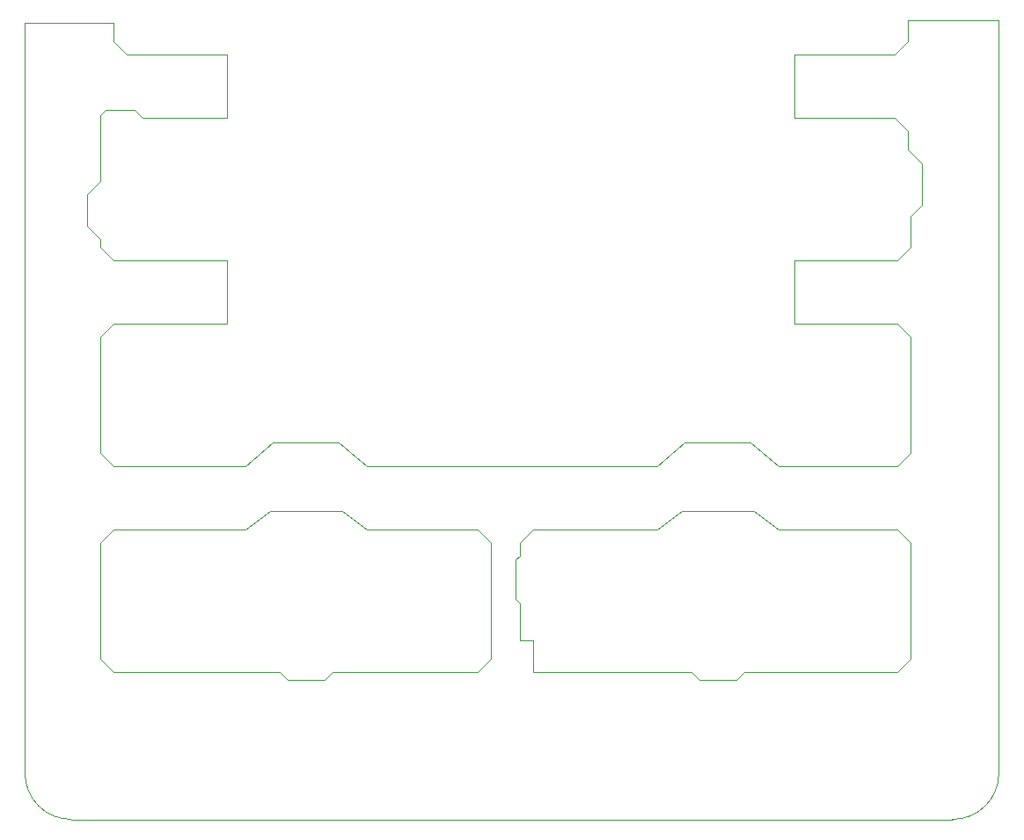
<source format=gbr>
G04 #@! TF.GenerationSoftware,KiCad,Pcbnew,(5.1.6)-1*
G04 #@! TF.CreationDate,2020-07-03T23:32:41-07:00*
G04 #@! TF.ProjectId,daughter,64617567-6874-4657-922e-6b696361645f,rev?*
G04 #@! TF.SameCoordinates,Original*
G04 #@! TF.FileFunction,Profile,NP*
%FSLAX46Y46*%
G04 Gerber Fmt 4.6, Leading zero omitted, Abs format (unit mm)*
G04 Created by KiCad (PCBNEW (5.1.6)-1) date 2020-07-03 23:32:41*
%MOMM*%
%LPD*%
G01*
G04 APERTURE LIST*
G04 #@! TA.AperFunction,Profile*
%ADD10C,0.050000*%
G04 #@! TD*
G04 #@! TA.AperFunction,Profile*
%ADD11C,0.120000*%
G04 #@! TD*
G04 APERTURE END LIST*
D10*
X167005000Y-81851500D02*
X173355000Y-81851500D01*
X176022000Y-84074000D02*
X173355000Y-81851500D01*
X164338000Y-84074000D02*
X167005000Y-81851500D01*
X173672500Y-88455500D02*
X166687500Y-88455500D01*
X176022000Y-90170000D02*
X173672500Y-88455500D01*
X164338000Y-90170000D02*
X166687500Y-88455500D01*
X127381000Y-81851500D02*
X133731000Y-81851500D01*
X134048500Y-88455500D02*
X127063500Y-88455500D01*
X136398000Y-90170000D02*
X134048500Y-88455500D01*
X136398000Y-84074000D02*
X133731000Y-81851500D01*
X124714000Y-84074000D02*
X127381000Y-81851500D01*
X124714000Y-90170000D02*
X127063500Y-88455500D01*
X107950000Y-118110000D02*
X192786000Y-118110000D01*
X197231000Y-41148000D02*
X196596000Y-41148000D01*
X197231000Y-113665000D02*
X197231000Y-41148000D01*
X103505000Y-41402000D02*
X104140000Y-41402000D01*
X103505000Y-113665000D02*
X103505000Y-41402000D01*
D11*
X107950000Y-118110000D02*
G75*
G02*
X103505000Y-113665000I0J4445000D01*
G01*
X197231000Y-113665000D02*
G75*
G02*
X192786000Y-118110000I-4445000J0D01*
G01*
D10*
X188468000Y-41148000D02*
X196596000Y-41148000D01*
X188468000Y-43180000D02*
X188468000Y-41148000D01*
X187198000Y-44450000D02*
X188468000Y-43180000D01*
X177546000Y-44450000D02*
X187198000Y-44450000D01*
X177546000Y-50546000D02*
X177546000Y-44450000D01*
X187198000Y-50546000D02*
X177546000Y-50546000D01*
X188468000Y-51816000D02*
X187198000Y-50546000D01*
X188468000Y-53594000D02*
X188468000Y-51816000D01*
X189865000Y-54991000D02*
X188468000Y-53594000D01*
X189865000Y-58928000D02*
X189865000Y-54991000D01*
X188722000Y-60071000D02*
X189865000Y-58928000D01*
X188722000Y-62992000D02*
X188722000Y-60071000D01*
X187452000Y-64262000D02*
X188722000Y-62992000D01*
X177546000Y-64262000D02*
X187452000Y-64262000D01*
X177546000Y-70358000D02*
X177546000Y-64262000D01*
X187452000Y-70358000D02*
X177546000Y-70358000D01*
X188722000Y-71628000D02*
X187452000Y-70358000D01*
X188722000Y-82804000D02*
X188722000Y-71628000D01*
X187452000Y-84074000D02*
X188722000Y-82804000D01*
X176022000Y-84074000D02*
X187452000Y-84074000D01*
X187452000Y-90170000D02*
X176022000Y-90170000D01*
X188722000Y-91440000D02*
X187452000Y-90170000D01*
X188722000Y-102616000D02*
X188722000Y-91440000D01*
X187452000Y-103886000D02*
X188722000Y-102616000D01*
X172720000Y-103886000D02*
X187452000Y-103886000D01*
X171958000Y-104648000D02*
X172720000Y-103886000D01*
X168402000Y-104648000D02*
X171958000Y-104648000D01*
X167640000Y-103886000D02*
X168402000Y-104648000D01*
X152400000Y-103886000D02*
X167640000Y-103886000D01*
X152400000Y-100838000D02*
X152400000Y-103886000D01*
X151130000Y-100838000D02*
X152400000Y-100838000D01*
X151130000Y-97282000D02*
X151130000Y-100838000D01*
X150749000Y-96901000D02*
X151130000Y-97282000D01*
X150749000Y-93091000D02*
X150749000Y-96901000D01*
X151130000Y-92710000D02*
X150749000Y-93091000D01*
X151130000Y-91440000D02*
X151130000Y-92710000D01*
X152400000Y-90170000D02*
X151130000Y-91440000D01*
X164338000Y-90170000D02*
X152400000Y-90170000D01*
X136398000Y-84074000D02*
X164338000Y-84074000D01*
X147066000Y-90170000D02*
X136398000Y-90170000D01*
X148336000Y-91440000D02*
X147066000Y-90170000D01*
X148336000Y-102616000D02*
X148336000Y-91440000D01*
X147066000Y-103886000D02*
X148336000Y-102616000D01*
X133096000Y-103886000D02*
X147066000Y-103886000D01*
X132334000Y-104648000D02*
X133096000Y-103886000D01*
X128778000Y-104648000D02*
X132334000Y-104648000D01*
X128016000Y-103886000D02*
X128778000Y-104648000D01*
X112014000Y-103886000D02*
X128016000Y-103886000D01*
X110744000Y-102616000D02*
X112014000Y-103886000D01*
X110744000Y-91440000D02*
X110744000Y-102616000D01*
X112014000Y-90170000D02*
X110744000Y-91440000D01*
X124714000Y-90170000D02*
X112014000Y-90170000D01*
X112014000Y-84074000D02*
X124714000Y-84074000D01*
X110744000Y-82804000D02*
X112014000Y-84074000D01*
X110744000Y-71628000D02*
X110744000Y-82804000D01*
X112014000Y-70358000D02*
X110744000Y-71628000D01*
X122936000Y-70358000D02*
X112014000Y-70358000D01*
X122936000Y-64262000D02*
X122936000Y-70358000D01*
X112014000Y-64262000D02*
X122936000Y-64262000D01*
X110744000Y-62992000D02*
X112014000Y-64262000D01*
X110744000Y-62230000D02*
X110744000Y-62992000D01*
X109474000Y-60960000D02*
X110744000Y-62230000D01*
X109474000Y-57912000D02*
X109474000Y-60960000D01*
X110744000Y-56642000D02*
X109474000Y-57912000D01*
X110744000Y-50292000D02*
X110744000Y-56642000D01*
X111252000Y-49784000D02*
X110744000Y-50292000D01*
X114046000Y-49784000D02*
X111252000Y-49784000D01*
X114808000Y-50546000D02*
X114046000Y-49784000D01*
X122936000Y-50546000D02*
X114808000Y-50546000D01*
X122936000Y-44450000D02*
X122936000Y-50546000D01*
X113284000Y-44450000D02*
X122936000Y-44450000D01*
X112014000Y-43180000D02*
X113284000Y-44450000D01*
X112014000Y-41402000D02*
X112014000Y-43180000D01*
X104140000Y-41402000D02*
X112014000Y-41402000D01*
M02*

</source>
